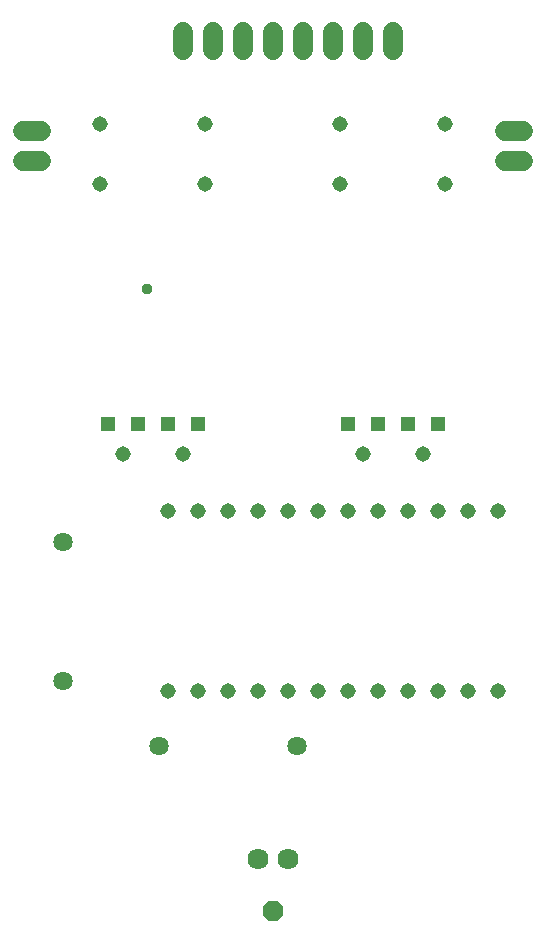
<source format=gbr>
G04 EAGLE Gerber RS-274X export*
G75*
%MOMM*%
%FSLAX34Y34*%
%LPD*%
%INSoldermask Top*%
%IPPOS*%
%AMOC8*
5,1,8,0,0,1.08239X$1,22.5*%
G01*
G04 Define Apertures*
%ADD10R,1.311200X1.311200*%
%ADD11C,1.311200*%
%ADD12C,1.727200*%
%ADD13C,1.633200*%
%ADD14P,1.8695X8X22.5*%
%ADD15C,1.784200*%
%ADD16C,0.959600*%
D10*
X-139700Y679450D03*
X-114300Y679450D03*
X-88900Y679450D03*
X-63500Y679450D03*
D11*
X-127000Y654050D03*
X-76200Y654050D03*
X-57150Y882650D03*
X-57150Y933450D03*
X-146050Y882650D03*
X-146050Y933450D03*
D10*
X63500Y679450D03*
X88900Y679450D03*
X114300Y679450D03*
X139700Y679450D03*
D11*
X76200Y654050D03*
X127000Y654050D03*
X146050Y882650D03*
X146050Y933450D03*
X57150Y882650D03*
X57150Y933450D03*
X190500Y605562D03*
X165100Y605562D03*
X139700Y605562D03*
X114300Y605562D03*
X88900Y605562D03*
X63500Y605562D03*
X38100Y605562D03*
X12700Y605562D03*
X-12700Y605562D03*
X-38100Y605562D03*
X-63500Y605562D03*
X-88900Y605562D03*
X-88900Y453162D03*
X-63500Y453162D03*
X-38100Y453162D03*
X-12700Y453162D03*
X12700Y453162D03*
X38100Y453162D03*
X63500Y453162D03*
X88900Y453162D03*
X114300Y453162D03*
X139700Y453162D03*
X165100Y453162D03*
X190500Y453162D03*
D12*
X101600Y995680D02*
X101600Y1010920D01*
X76200Y1010920D02*
X76200Y995680D01*
X50800Y995680D02*
X50800Y1010920D01*
X25400Y1010920D02*
X25400Y995680D01*
X0Y995680D02*
X0Y1010920D01*
X-25400Y1010920D02*
X-25400Y995680D01*
X-50800Y995680D02*
X-50800Y1010920D01*
X-76200Y1010920D02*
X-76200Y995680D01*
X-196218Y927100D02*
X-211458Y927100D01*
X-211458Y901700D02*
X-196218Y901700D01*
X196218Y901700D02*
X211458Y901700D01*
X211458Y927100D02*
X196218Y927100D01*
D13*
X-96900Y406400D03*
X20700Y406400D03*
X-177800Y461900D03*
X-177800Y579500D03*
D14*
X0Y266700D03*
D15*
X12700Y311150D03*
X-12700Y311150D03*
D16*
X-106454Y793750D03*
M02*

</source>
